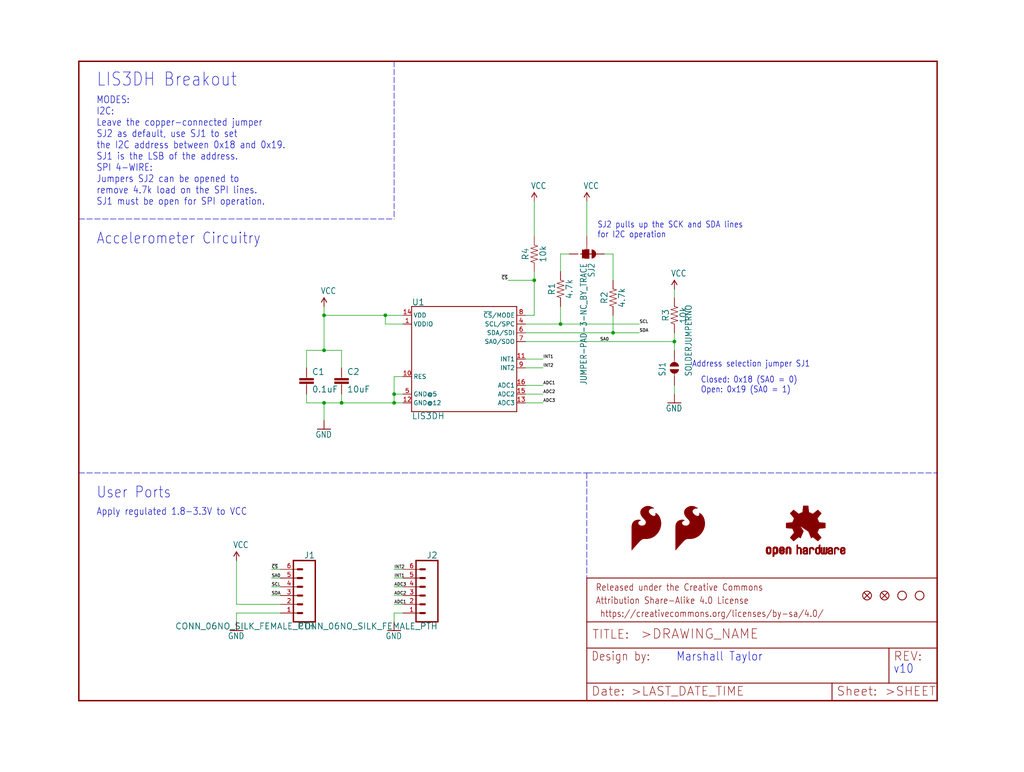
<source format=kicad_sch>
(kicad_sch (version 20211123) (generator eeschema)
  (paper "User" 297.002 223.926)
  (lib_symbols
    (symbol "eagleSchem-eagle-import:0.1UF-0402-16V-10%"
      (property "Reference" "C" (at 1.524 2.921 0))
      (property "Value" "0.1UF-0402-16V-10%" (at 1.524 -2.159 0))
      (symbol "0.1UF-0402-16V-10%_1_0"
        (pin passive line (at 0 5.08 270) (length 2.54) (name "1") (number "1"))
        (pin passive line (at 0 -2.54 90) (length 2.54) (name "2") (number "2"))
      )
    )
    (symbol "eagleSchem-eagle-import:10KOHM-0603-1{slash}10W-1%"
      (property "Reference" "R" (at 0 1.524 0))
      (property "Value" "10KOHM-0603-1{slash}10W-1%" (at 0 -1.524 0))
      (symbol "10KOHM-0603-1{slash}10W-1%_1_0"
        (pin passive line (at -5.08 0 0) (length 2.54) (name "1") (number "1"))
        (pin passive line (at 5.08 0 180) (length 2.54) (name "2") (number "2"))
      )
    )
    (symbol "eagleSchem-eagle-import:10UF-0603-6.3V-20%"
      (property "Reference" "C" (at 1.524 2.921 0))
      (property "Value" "10UF-0603-6.3V-20%" (at 1.524 -2.159 0))
      (symbol "10UF-0603-6.3V-20%_1_0"
        (pin passive line (at 0 5.08 270) (length 2.54) (name "1") (number "1"))
        (pin passive line (at 0 -2.54 90) (length 2.54) (name "2") (number "2"))
      )
    )
    (symbol "eagleSchem-eagle-import:4.7KOHM-0603-1{slash}10W-1%"
      (property "Reference" "R" (at 0 1.524 0))
      (property "Value" "4.7KOHM-0603-1{slash}10W-1%" (at 0 -1.524 0))
      (symbol "4.7KOHM-0603-1{slash}10W-1%_1_0"
        (pin passive line (at -5.08 0 0) (length 2.54) (name "1") (number "1"))
        (pin passive line (at 5.08 0 180) (length 2.54) (name "2") (number "2"))
      )
    )
    (symbol "eagleSchem-eagle-import:CONN_06NO_SILK_FEMALE_PTH"
      (property "Reference" "J" (at -5.08 10.668 0))
      (property "Value" "CONN_06NO_SILK_FEMALE_PTH" (at -5.08 -9.906 0))
      (symbol "CONN_06NO_SILK_FEMALE_PTH_1_0"
        (pin passive line (at 5.08 -5.08 180) (length 5.08) (name "1") (number "1"))
        (pin passive line (at 5.08 -2.54 180) (length 5.08) (name "2") (number "2"))
        (pin passive line (at 5.08 0 180) (length 5.08) (name "3") (number "3"))
        (pin passive line (at 5.08 2.54 180) (length 5.08) (name "4") (number "4"))
        (pin passive line (at 5.08 5.08 180) (length 5.08) (name "5") (number "5"))
        (pin passive line (at 5.08 7.62 180) (length 5.08) (name "6") (number "6"))
      )
    )
    (symbol "eagleSchem-eagle-import:FIDUCIALUFIDUCIAL")
    (symbol "eagleSchem-eagle-import:FRAME-LETTER"
      (symbol "FRAME-LETTER_2_0"
        (text " https://creativecommons.org/licenses/by-sa/4.0/" (at 2.54 24.13 0) (effects (font (size 1.9304 1.6408)) (justify left bottom)))
        (text ">DRAWING_NAME" (at 15.494 17.78 0) (effects (font (size 2.7432 2.7432)) (justify left bottom)))
        (text ">LAST_DATE_TIME" (at 12.7 1.27 0) (effects (font (size 2.54 2.54)) (justify left bottom)))
        (text ">SHEET" (at 86.36 1.27 0) (effects (font (size 2.54 2.54)) (justify left bottom)))
        (text "Attribution Share-Alike 4.0 License" (at 2.54 27.94 0) (effects (font (size 1.9304 1.6408)) (justify left bottom)))
        (text "Date:" (at 1.27 1.27 0) (effects (font (size 2.54 2.54)) (justify left bottom)))
        (text "Design by:" (at 1.27 11.43 0) (effects (font (size 2.54 2.159)) (justify left bottom)))
        (text "Released under the Creative Commons" (at 2.54 31.75 0) (effects (font (size 1.9304 1.6408)) (justify left bottom)))
        (text "REV:" (at 88.9 11.43 0) (effects (font (size 2.54 2.54)) (justify left bottom)))
        (text "Sheet:" (at 72.39 1.27 0) (effects (font (size 2.54 2.54)) (justify left bottom)))
        (text "TITLE:" (at 1.524 17.78 0) (effects (font (size 2.54 2.54)) (justify left bottom)))
      )
    )
    (symbol "eagleSchem-eagle-import:GND" (power)
      (property "Value" "GND" (at -2.54 -2.54 0))
      (symbol "GND_1_0"
        (pin power_in line (at 0 2.54 270) (length 2.54) (name "GND") (number "1"))
      )
    )
    (symbol "eagleSchem-eagle-import:JUMPER-PAD-3-NC_BY_TRACE"
      (property "Reference" "SJ" (at 2.54 0.381 0))
      (property "Value" "JUMPER-PAD-3-NC_BY_TRACE" (at 2.54 -1.905 0))
      (symbol "JUMPER-PAD-3-NC_BY_TRACE_1_0"
        (pin passive line (at 0 5.08 270) (length 2.54) (name "1") (number "1"))
        (pin passive line (at -5.08 0 0) (length 2.54) (name "2") (number "2"))
        (pin passive line (at 0 -5.08 90) (length 2.54) (name "3") (number "3"))
      )
    )
    (symbol "eagleSchem-eagle-import:LIS3DH"
      (property "Reference" "U" (at -15.24 15.494 0))
      (property "Value" "LIS3DH" (at -15.24 -15.494 0))
      (symbol "LIS3DH_1_0"
        (pin bidirectional line (at -17.78 10.16 0) (length 2.54) (name "VDDIO") (number "1"))
        (pin bidirectional line (at -17.78 -5.08 0) (length 2.54) (name "RES") (number "10"))
        (pin bidirectional line (at 17.78 0 180) (length 2.54) (name "INT1") (number "11"))
        (pin bidirectional line (at -17.78 -12.7 0) (length 2.54) (name "GND@12") (number "12"))
        (pin bidirectional line (at 17.78 -12.7 180) (length 2.54) (name "ADC3") (number "13"))
        (pin bidirectional line (at -17.78 12.7 0) (length 2.54) (name "VDD") (number "14"))
        (pin bidirectional line (at 17.78 -10.16 180) (length 2.54) (name "ADC2") (number "15"))
        (pin bidirectional line (at 17.78 -7.62 180) (length 2.54) (name "ADC1") (number "16"))
        (pin bidirectional line (at 17.78 10.16 180) (length 2.54) (name "SCL/SPC") (number "4"))
        (pin bidirectional line (at -17.78 -10.16 0) (length 2.54) (name "GND@5") (number "5"))
        (pin bidirectional line (at 17.78 7.62 180) (length 2.54) (name "SDA/SDI") (number "6"))
        (pin bidirectional line (at 17.78 5.08 180) (length 2.54) (name "SA0/SDO") (number "7"))
        (pin bidirectional line (at 17.78 12.7 180) (length 2.54) (name "~{CS}/MODE") (number "8"))
        (pin bidirectional line (at 17.78 -2.54 180) (length 2.54) (name "INT2") (number "9"))
      )
    )
    (symbol "eagleSchem-eagle-import:OSHW-LOGOS")
    (symbol "eagleSchem-eagle-import:SFE_LOGO_FLAME.1_INCH")
    (symbol "eagleSchem-eagle-import:SOLDERJUMPERNO"
      (property "Reference" "SJ" (at -2.54 2.54 0))
      (property "Value" "SOLDERJUMPERNO" (at -2.54 -5.08 0))
      (symbol "SOLDERJUMPERNO_1_0"
        (pin passive line (at -5.08 0 0) (length 2.54) (name "1") (number "1"))
        (pin passive line (at 5.08 0 180) (length 2.54) (name "2") (number "2"))
      )
    )
    (symbol "eagleSchem-eagle-import:STAND-OFF")
    (symbol "eagleSchem-eagle-import:VCC" (power)
      (property "Value" "VCC" (at -1.016 3.556 0))
      (symbol "VCC_1_0"
        (pin power_in line (at 0 0 90) (length 2.54) (name "VCC") (number "1"))
      )
    )
  )
  (junction (at 93.98 91.44))
  (junction (at 162.56 93.98))
  (junction (at 99.06 116.84))
  (junction (at 111.76 91.44))
  (junction (at 154.94 81.28))
  (junction (at 114.3 116.84))
  (junction (at 93.98 116.84))
  (junction (at 93.98 101.6))
  (junction (at 195.58 99.06))
  (junction (at 177.8 96.52))
  (junction (at 114.3 114.3))
  (polyline (pts (xy 114.3 17.78) (xy 114.3 63.5)))
  (wire (pts (xy 99.06 116.84) (xy 93.98 116.84)))
  (wire (pts (xy 99.06 106.68) (xy 99.06 101.6)))
  (wire (pts (xy 162.56 93.98) (xy 162.56 88.9)))
  (wire (pts (xy 114.3 114.3) (xy 114.3 109.22)))
  (wire (pts (xy 99.06 116.84) (xy 114.3 116.84)))
  (wire (pts (xy 88.9 114.3) (xy 88.9 116.84)))
  (wire (pts (xy 111.76 91.44) (xy 116.84 91.44)))
  (wire (pts (xy 81.28 175.26) (xy 68.58 175.26)))
  (wire (pts (xy 114.3 109.22) (xy 116.84 109.22)))
  (wire (pts (xy 195.58 99.06) (xy 195.58 96.52)))
  (wire (pts (xy 93.98 91.44) (xy 93.98 88.9)))
  (wire (pts (xy 165.1 73.66) (xy 162.56 73.66)))
  (wire (pts (xy 154.94 91.44) (xy 154.94 81.28)))
  (wire (pts (xy 195.58 83.82) (xy 195.58 86.36)))
  (wire (pts (xy 88.9 116.84) (xy 93.98 116.84)))
  (polyline (pts (xy 170.18 137.16) (xy 170.18 167.64)))
  (wire (pts (xy 152.4 96.52) (xy 177.8 96.52)))
  (wire (pts (xy 152.4 99.06) (xy 195.58 99.06)))
  (wire (pts (xy 114.3 116.84) (xy 116.84 116.84)))
  (wire (pts (xy 177.8 96.52) (xy 185.42 96.52)))
  (wire (pts (xy 177.8 73.66) (xy 177.8 81.28)))
  (wire (pts (xy 177.8 96.52) (xy 177.8 91.44)))
  (wire (pts (xy 111.76 93.98) (xy 116.84 93.98)))
  (wire (pts (xy 114.3 116.84) (xy 114.3 114.3)))
  (wire (pts (xy 111.76 91.44) (xy 111.76 93.98)))
  (wire (pts (xy 152.4 93.98) (xy 162.56 93.98)))
  (wire (pts (xy 93.98 91.44) (xy 111.76 91.44)))
  (wire (pts (xy 81.28 177.8) (xy 68.58 177.8)))
  (wire (pts (xy 116.84 167.64) (xy 114.3 167.64)))
  (wire (pts (xy 116.84 170.18) (xy 114.3 170.18)))
  (wire (pts (xy 116.84 172.72) (xy 114.3 172.72)))
  (wire (pts (xy 81.28 170.18) (xy 78.74 170.18)))
  (wire (pts (xy 68.58 175.26) (xy 68.58 162.56)))
  (wire (pts (xy 93.98 101.6) (xy 93.98 91.44)))
  (wire (pts (xy 116.84 175.26) (xy 114.3 175.26)))
  (wire (pts (xy 154.94 81.28) (xy 154.94 78.74)))
  (wire (pts (xy 99.06 101.6) (xy 93.98 101.6)))
  (wire (pts (xy 114.3 114.3) (xy 116.84 114.3)))
  (wire (pts (xy 152.4 114.3) (xy 157.48 114.3)))
  (wire (pts (xy 81.28 165.1) (xy 78.74 165.1)))
  (wire (pts (xy 116.84 177.8) (xy 114.3 177.8)))
  (polyline (pts (xy 22.86 137.16) (xy 170.18 137.16)))
  (wire (pts (xy 152.4 91.44) (xy 154.94 91.44)))
  (wire (pts (xy 195.58 101.6) (xy 195.58 99.06)))
  (polyline (pts (xy 170.18 137.16) (xy 271.78 137.16)))
  (wire (pts (xy 162.56 73.66) (xy 162.56 78.74)))
  (wire (pts (xy 152.4 106.68) (xy 157.48 106.68)))
  (wire (pts (xy 154.94 81.28) (xy 147.32 81.28)))
  (wire (pts (xy 154.94 68.58) (xy 154.94 58.42)))
  (wire (pts (xy 81.28 167.64) (xy 78.74 167.64)))
  (wire (pts (xy 88.9 106.68) (xy 88.9 101.6)))
  (wire (pts (xy 99.06 114.3) (xy 99.06 116.84)))
  (wire (pts (xy 175.26 73.66) (xy 177.8 73.66)))
  (wire (pts (xy 152.4 111.76) (xy 157.48 111.76)))
  (wire (pts (xy 152.4 116.84) (xy 157.48 116.84)))
  (wire (pts (xy 93.98 116.84) (xy 93.98 121.92)))
  (wire (pts (xy 88.9 101.6) (xy 93.98 101.6)))
  (wire (pts (xy 116.84 165.1) (xy 114.3 165.1)))
  (wire (pts (xy 162.56 93.98) (xy 185.42 93.98)))
  (wire (pts (xy 195.58 114.3) (xy 195.58 111.76)))
  (polyline (pts (xy 22.86 63.5) (xy 114.3 63.5)))
  (wire (pts (xy 170.18 58.42) (xy 170.18 68.58)))
  (wire (pts (xy 68.58 180.34) (xy 68.58 177.8)))
  (wire (pts (xy 114.3 177.8) (xy 114.3 180.34)))
  (wire (pts (xy 81.28 172.72) (xy 78.74 172.72)))
  (wire (pts (xy 152.4 104.14) (xy 157.48 104.14)))
  (text "User Ports" (at 27.94 144.78 180) (effects (font (size 3.175 2.6987)) (justify left bottom)))
  (text "SJ2 pulls up the SCK and SDA lines\nfor I2C operation" (at 173.228 64.262 0) (effects (font (size 1.778 1.5113)) (justify left top)))
  (text "Marshall Taylor" (at 196.088 192.024 180) (effects (font (size 2.54 2.159)) (justify left bottom)))
  (text "MODES:\nI2C:\nLeave the copper-connected jumper\nSJ2 as default, use SJ1 to set\nthe I2C address between 0x18 and 0x19.\nSJ1 is the LSB of the address.\nSPI 4-WIRE:\nJumpers SJ2 can be opened to\nremove 4.7k load on the SPI lines.\nSJ1 must be open for SPI operation." (at 27.94 27.94 0) (effects (font (size 2.032 1.7272)) (justify left top)))
  (text "LIS3DH Breakout" (at 27.94 25.4 180) (effects (font (size 3.81 3.2385)) (justify left bottom)))
  (text "Apply regulated 1.8-3.3V to VCC" (at 27.94 147.32 180) (effects (font (size 2.032 1.7272)) (justify left top)))
  (text "Accelerometer Circuitry" (at 27.94 71.12 180) (effects (font (size 3.175 2.6987)) (justify left bottom)))
  (text "v10" (at 259.08 195.58 180) (effects (font (size 2.54 2.159)) (justify left bottom)))
  (text "Address selection jumper SJ1" (at 200.66 106.68 180) (effects (font (size 1.778 1.5113)) (justify left bottom)))
  (text "Closed: 0x18 (SA0 = 0)\nOpen: 0x19 (SA0 = 1)" (at 203.2 109.22 180) (effects (font (size 1.778 1.5113)) (justify left top)))
  (label "ADC1" (at 157.48 111.76 0) (effects (font (size 0.889 0.889))))
  (label "SCL" (at 185.42 93.98 0) (effects (font (size 0.889 0.889))))
  (label "ADC1" (at 114.3 175.26 0) (effects (font (size 0.889 0.889))))
  (label "SDA" (at 185.42 96.52 0) (effects (font (size 0.889 0.889))))
  (label "INT2" (at 114.3 165.1 0) (effects (font (size 0.889 0.889))))
  (label "ADC3" (at 114.3 170.18 0) (effects (font (size 0.889 0.889))))
  (label "SA0" (at 78.74 167.64 0) (effects (font (size 0.889 0.889))))
  (label "SA0" (at 173.99 99.06 0) (effects (font (size 0.889 0.889))))
  (label "ADC2" (at 114.3 172.72 0) (effects (font (size 0.889 0.889))))
  (label "INT1" (at 157.48 104.14 0) (effects (font (size 0.889 0.889))))
  (label "INT1" (at 114.3 167.64 0) (effects (font (size 0.889 0.889))))
  (label "SDA" (at 78.74 172.72 0) (effects (font (size 0.889 0.889))))
  (label "SCL" (at 78.74 170.18 0) (effects (font (size 0.889 0.889))))
  (label "ADC3" (at 157.48 116.84 0) (effects (font (size 0.889 0.889))))
  (label "ADC2" (at 157.48 114.3 0) (effects (font (size 0.889 0.889))))
  (label "INT2" (at 157.48 106.68 0) (effects (font (size 0.889 0.889))))
  (label "~{CS}" (at 78.74 165.1 0) (effects (font (size 0.889 0.889))))
  (label "~{CS}" (at 147.32 81.28 180) (effects (font (size 0.889 0.889))))
  (symbol (lib_id "eagleSchem-eagle-import:GND") (at 93.98 124.46 0) (unit 1)
    (property "Reference" "#GND1" (effects hide))
    (property "Value" "GND" (at 91.44 127 0) (effects (font (size 1.778 1.5113)) (justify left bottom)))
    (property "Footprint" "eagleSchem:" (effects hide))
  )
  (symbol (lib_id "eagleSchem-eagle-import:FRAME-LETTER") (at 170.18 203.2 0) (unit 2)
    (property "Reference" "FRAME2" (effects hide))
    (property "Value" "FRAME-LETTER" (effects hide))
    (property "Footprint" "eagleSchem:CREATIVE_COMMONS" (effects hide))
  )
  (symbol (lib_id "eagleSchem-eagle-import:OSHW-LOGOS") (at 233.68 152.4 0) (unit 1)
    (property "Reference" "U$1" (effects hide))
    (property "Value" "OSHW-LOGOS" (effects hide))
    (property "Footprint" "eagleSchem:OSHW-LOGO-S" (effects hide))
  )
  (symbol (lib_id "eagleSchem-eagle-import:GND") (at 195.58 116.84 0) (unit 1)
    (property "Reference" "#GND2" (effects hide))
    (property "Value" "GND" (at 193.04 119.38 0) (effects (font (size 1.778 1.5113)) (justify left bottom)))
    (property "Footprint" "eagleSchem:" (effects hide))
  )
  (symbol (lib_id "eagleSchem-eagle-import:SOLDERJUMPERNO") (at 195.58 106.68 90) (unit 1)
    (property "Reference" "SJ1" (at 193.04 109.22 0) (effects (font (size 1.778 1.5113)) (justify left bottom)))
    (property "Value" "SOLDERJUMPERNO" (at 200.66 109.22 0) (effects (font (size 1.778 1.5113)) (justify left bottom)))
    (property "Footprint" "eagleSchem:SJ_2S-NO" (effects hide))
  )
  (symbol (lib_id "eagleSchem-eagle-import:10UF-0603-6.3V-20%") (at 99.06 111.76 0) (unit 1)
    (property "Reference" "C2" (at 100.584 108.839 0) (effects (font (size 1.778 1.778)) (justify left bottom)))
    (property "Value" "10uF" (at 100.584 113.919 0) (effects (font (size 1.778 1.778)) (justify left bottom)))
    (property "Footprint" "eagleSchem:0603" (effects hide))
  )
  (symbol (lib_id "eagleSchem-eagle-import:10KOHM-0603-1{slash}10W-1%") (at 154.94 73.66 90) (unit 1)
    (property "Reference" "R4" (at 153.416 73.66 0) (effects (font (size 1.778 1.778)) (justify bottom)))
    (property "Value" "10k" (at 156.464 73.66 0) (effects (font (size 1.778 1.778)) (justify top)))
    (property "Footprint" "eagleSchem:0603" (effects hide))
  )
  (symbol (lib_id "eagleSchem-eagle-import:CONN_06NO_SILK_FEMALE_PTH") (at 86.36 172.72 0) (mirror y) (unit 1)
    (property "Reference" "J1" (at 91.44 162.052 0) (effects (font (size 1.778 1.778)) (justify left bottom)))
    (property "Value" "CONN_06NO_SILK_FEMALE_PTH" (at 91.44 182.626 0) (effects (font (size 1.778 1.778)) (justify left bottom)))
    (property "Footprint" "eagleSchem:1X06_NO_SILK" (effects hide))
  )
  (symbol (lib_id "eagleSchem-eagle-import:VCC") (at 154.94 58.42 0) (unit 1)
    (property "Reference" "#P+2" (effects hide))
    (property "Value" "VCC" (at 153.924 54.864 0) (effects (font (size 1.778 1.5113)) (justify left bottom)))
    (property "Footprint" "eagleSchem:" (effects hide))
  )
  (symbol (lib_id "eagleSchem-eagle-import:FRAME-LETTER") (at 22.86 203.2 0) (unit 1)
    (property "Reference" "FRAME2" (effects hide))
    (property "Value" "FRAME-LETTER" (effects hide))
    (property "Footprint" "eagleSchem:CREATIVE_COMMONS" (effects hide))
  )
  (symbol (lib_id "eagleSchem-eagle-import:0.1UF-0402-16V-10%") (at 88.9 111.76 0) (unit 1)
    (property "Reference" "C1" (at 90.424 108.839 0) (effects (font (size 1.778 1.778)) (justify left bottom)))
    (property "Value" "0.1uF" (at 90.424 113.919 0) (effects (font (size 1.778 1.778)) (justify left bottom)))
    (property "Footprint" "eagleSchem:0402" (effects hide))
  )
  (symbol (lib_id "eagleSchem-eagle-import:VCC") (at 170.18 58.42 0) (unit 1)
    (property "Reference" "#P+3" (effects hide))
    (property "Value" "VCC" (at 169.164 54.864 0) (effects (font (size 1.778 1.5113)) (justify left bottom)))
    (property "Footprint" "eagleSchem:" (effects hide))
  )
  (symbol (lib_id "eagleSchem-eagle-import:JUMPER-PAD-3-NC_BY_TRACE") (at 170.18 73.66 270) (unit 1)
    (property "Reference" "SJ2" (at 170.561 76.2 0) (effects (font (size 1.778 1.5113)) (justify left bottom)))
    (property "Value" "JUMPER-PAD-3-NC_BY_TRACE" (at 168.275 76.2 0) (effects (font (size 1.778 1.5113)) (justify left bottom)))
    (property "Footprint" "eagleSchem:PAD-JUMPER-3-3OF3_NC_BY_TRACE_YES_SILK_FULL_BOX" (effects hide))
  )
  (symbol (lib_id "eagleSchem-eagle-import:VCC") (at 93.98 88.9 0) (unit 1)
    (property "Reference" "#P+1" (effects hide))
    (property "Value" "VCC" (at 92.964 85.344 0) (effects (font (size 1.778 1.5113)) (justify left bottom)))
    (property "Footprint" "eagleSchem:" (effects hide))
  )
  (symbol (lib_id "eagleSchem-eagle-import:STAND-OFF") (at 266.7 172.72 0) (unit 1)
    (property "Reference" "JP3" (effects hide))
    (property "Value" "STAND-OFF" (effects hide))
    (property "Footprint" "eagleSchem:STAND-OFF" (effects hide))
  )
  (symbol (lib_id "eagleSchem-eagle-import:CONN_06NO_SILK_FEMALE_PTH") (at 121.92 172.72 0) (mirror y) (unit 1)
    (property "Reference" "J2" (at 127 162.052 0) (effects (font (size 1.778 1.778)) (justify left bottom)))
    (property "Value" "CONN_06NO_SILK_FEMALE_PTH" (at 127 182.626 0) (effects (font (size 1.778 1.778)) (justify left bottom)))
    (property "Footprint" "eagleSchem:1X06_NO_SILK" (effects hide))
  )
  (symbol (lib_id "eagleSchem-eagle-import:4.7KOHM-0603-1{slash}10W-1%") (at 162.56 83.82 90) (unit 1)
    (property "Reference" "R1" (at 161.036 83.82 0) (effects (font (size 1.778 1.778)) (justify bottom)))
    (property "Value" "4.7k" (at 164.084 83.82 0) (effects (font (size 1.778 1.778)) (justify top)))
    (property "Footprint" "eagleSchem:0603" (effects hide))
  )
  (symbol (lib_id "eagleSchem-eagle-import:FIDUCIALUFIDUCIAL") (at 251.46 172.72 0) (unit 1)
    (property "Reference" "JP2" (effects hide))
    (property "Value" "FIDUCIALUFIDUCIAL" (effects hide))
    (property "Footprint" "eagleSchem:MICRO-FIDUCIAL" (effects hide))
  )
  (symbol (lib_id "eagleSchem-eagle-import:SFE_LOGO_FLAME.1_INCH") (at 182.88 160.02 0) (unit 1)
    (property "Reference" "LOGO2" (effects hide))
    (property "Value" "SFE_LOGO_FLAME.1_INCH" (effects hide))
    (property "Footprint" "eagleSchem:SFE_LOGO_FLAME_.1" (effects hide))
  )
  (symbol (lib_id "eagleSchem-eagle-import:SFE_LOGO_FLAME.1_INCH") (at 195.58 160.02 0) (unit 1)
    (property "Reference" "LOGO1" (effects hide))
    (property "Value" "SFE_LOGO_FLAME.1_INCH" (effects hide))
    (property "Footprint" "eagleSchem:SFE_LOGO_FLAME_.1" (effects hide))
  )
  (symbol (lib_id "eagleSchem-eagle-import:VCC") (at 195.58 83.82 0) (unit 1)
    (property "Reference" "#P+4" (effects hide))
    (property "Value" "VCC" (at 194.564 80.264 0) (effects (font (size 1.778 1.5113)) (justify left bottom)))
    (property "Footprint" "eagleSchem:" (effects hide))
  )
  (symbol (lib_id "eagleSchem-eagle-import:10KOHM-0603-1{slash}10W-1%") (at 195.58 91.44 90) (unit 1)
    (property "Reference" "R3" (at 194.056 91.44 0) (effects (font (size 1.778 1.778)) (justify bottom)))
    (property "Value" "10k" (at 197.104 91.44 0) (effects (font (size 1.778 1.778)) (justify top)))
    (property "Footprint" "eagleSchem:0603" (effects hide))
  )
  (symbol (lib_id "eagleSchem-eagle-import:FIDUCIALUFIDUCIAL") (at 256.54 172.72 0) (unit 1)
    (property "Reference" "JP6" (effects hide))
    (property "Value" "FIDUCIALUFIDUCIAL" (effects hide))
    (property "Footprint" "eagleSchem:MICRO-FIDUCIAL" (effects hide))
  )
  (symbol (lib_id "eagleSchem-eagle-import:4.7KOHM-0603-1{slash}10W-1%") (at 177.8 86.36 90) (unit 1)
    (property "Reference" "R2" (at 176.276 86.36 0) (effects (font (size 1.778 1.778)) (justify bottom)))
    (property "Value" "4.7k" (at 179.324 86.36 0) (effects (font (size 1.778 1.778)) (justify top)))
    (property "Footprint" "eagleSchem:0603" (effects hide))
  )
  (symbol (lib_id "eagleSchem-eagle-import:VCC") (at 68.58 162.56 0) (unit 1)
    (property "Reference" "#SUPPLY1" (effects hide))
    (property "Value" "VCC" (at 67.564 159.004 0) (effects (font (size 1.778 1.5113)) (justify left bottom)))
    (property "Footprint" "eagleSchem:" (effects hide))
  )
  (symbol (lib_id "eagleSchem-eagle-import:GND") (at 68.58 182.88 0) (unit 1)
    (property "Reference" "#GND3" (effects hide))
    (property "Value" "GND" (at 66.04 185.42 0) (effects (font (size 1.778 1.5113)) (justify left bottom)))
    (property "Footprint" "eagleSchem:" (effects hide))
  )
  (symbol (lib_id "eagleSchem-eagle-import:GND") (at 114.3 182.88 0) (unit 1)
    (property "Reference" "#GND4" (effects hide))
    (property "Value" "GND" (at 111.76 185.42 0) (effects (font (size 1.778 1.5113)) (justify left bottom)))
    (property "Footprint" "eagleSchem:" (effects hide))
  )
  (symbol (lib_id "eagleSchem-eagle-import:LIS3DH") (at 134.62 104.14 0) (unit 1)
    (property "Reference" "U1" (at 119.38 88.646 0) (effects (font (size 1.778 1.778)) (justify left bottom)))
    (property "Value" "LIS3DH" (at 119.38 119.634 0) (effects (font (size 1.778 1.778)) (justify left top)))
    (property "Footprint" "eagleSchem:LGA-16-3X3" (effects hide))
  )
  (symbol (lib_id "eagleSchem-eagle-import:STAND-OFF") (at 261.62 172.72 0) (unit 1)
    (property "Reference" "JP4" (effects hide))
    (property "Value" "STAND-OFF" (effects hide))
    (property "Footprint" "eagleSchem:STAND-OFF" (effects hide))
  )
)
</source>
